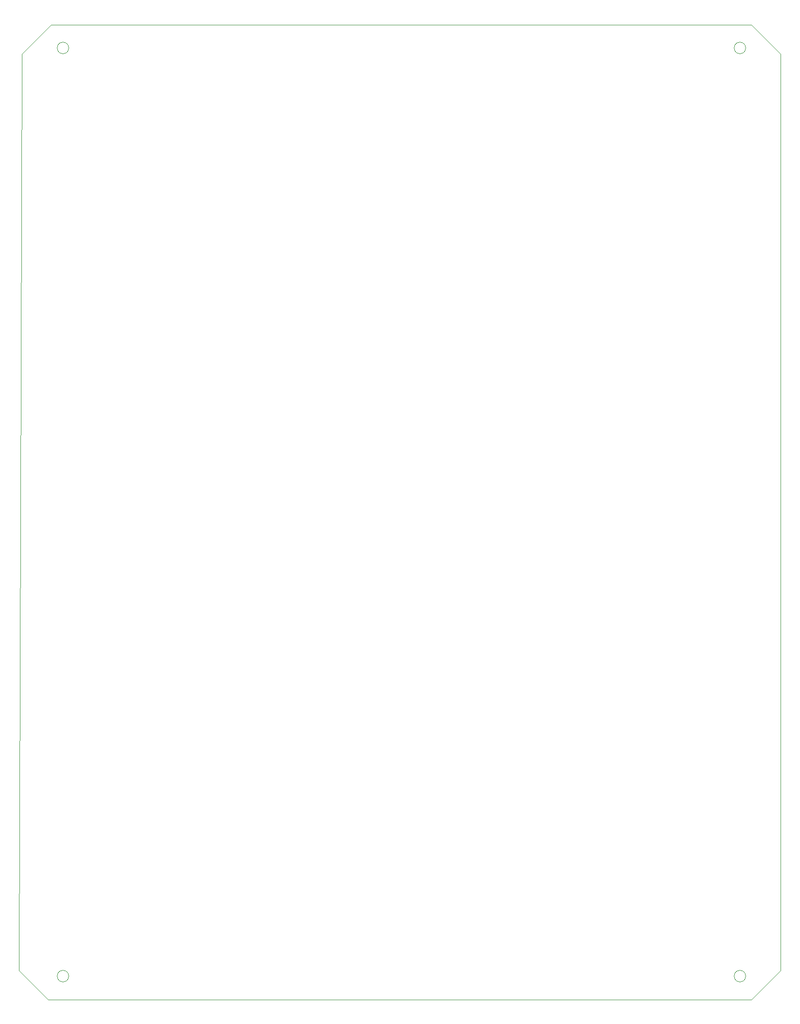
<source format=gbr>
%TF.GenerationSoftware,KiCad,Pcbnew,(5.1.9)-1*%
%TF.CreationDate,2022-04-05T12:31:52-03:00*%
%TF.ProjectId,placaCub,706c6163-6143-4756-922e-6b696361645f,rev?*%
%TF.SameCoordinates,Original*%
%TF.FileFunction,Profile,NP*%
%FSLAX46Y46*%
G04 Gerber Fmt 4.6, Leading zero omitted, Abs format (unit mm)*
G04 Created by KiCad (PCBNEW (5.1.9)-1) date 2022-04-05 12:31:52*
%MOMM*%
%LPD*%
G01*
G04 APERTURE LIST*
%TA.AperFunction,Profile*%
%ADD10C,0.050000*%
%TD*%
G04 APERTURE END LIST*
D10*
X46720000Y-25908000D02*
G75*
G03*
X46720000Y-25908000I-1000000J0D01*
G01*
X164576000Y-25908000D02*
G75*
G03*
X164576000Y-25908000I-1000000J0D01*
G01*
X46720000Y-187452000D02*
G75*
G03*
X46720000Y-187452000I-1000000J0D01*
G01*
X164576000Y-187452000D02*
G75*
G03*
X164576000Y-187452000I-1000000J0D01*
G01*
X38100000Y-186436000D02*
X38608000Y-26924000D01*
X165608000Y-191516000D02*
X43180000Y-191516000D01*
X170688000Y-26924000D02*
X170688000Y-186436000D01*
X43688000Y-21844000D02*
X165608000Y-21844000D01*
X43180000Y-191516000D02*
X38100000Y-186436000D01*
X165608000Y-191516000D02*
X170688000Y-186436000D01*
X165608000Y-21844000D02*
X170688000Y-26924000D01*
X43688000Y-21844000D02*
X38608000Y-26924000D01*
M02*

</source>
